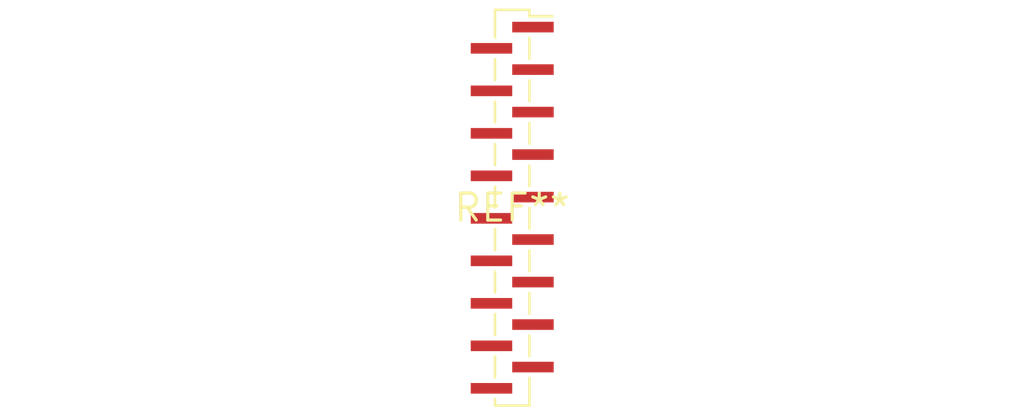
<source format=kicad_pcb>
(kicad_pcb (version 20240108) (generator pcbnew)
  (layers (0 "F.Cu" signal) (31 "B.Cu" signal) (34 "B.Paste" user) (35 "F.Paste" user) (36 "B.SilkS" user "B.Silkscreen") (37 "F.SilkS" user "F.Silkscreen") (38 "B.Mask" user) (39 "F.Mask" user) (44 "Edge.Cuts" user))
  (net 0 "")
  (footprint "PinSocket_1x18_P1.00mm_Vertical_SMD_Pin1Right" (layer "F.Cu") (at 0 0)
    (property "Reference" "REF**")
    (property "Value" "PinSocket_1x18_P1.00mm_Vertical_SMD_Pin1Right")
    (fp_line (start -0.81 -9.31) (end -0.81 -8.01) (layer "F.SilkS") (stroke (width 0.12)))
    (fp_line (start -0.81 -9.31) (end 0.81 -9.31) (layer "F.SilkS") (stroke (width 0.12)))
    (fp_line (start -0.81 -6.99) (end -0.81 -6.01) (layer "F.SilkS") (stroke (width 0.12)))
    (fp_line (start -0.81 -4.99) (end -0.81 -4.01) (layer "F.SilkS") (stroke (width 0.12)))
    (fp_line (start -0.81 -2.99) (end -0.81 -2.01) (layer "F.SilkS") (stroke (width 0.12)))
    (fp_line (start -0.81 -0.99) (end -0.81 -0.01) (layer "F.SilkS") (stroke (width 0.12)))
    (fp_line (start -0.81 1.01) (end -0.81 1.99) (layer "F.SilkS") (stroke (width 0.12)))
    (fp_line (start -0.81 3.01) (end -0.81 3.99) (layer "F.SilkS") (stroke (width 0.12)))
    (fp_line (start -0.81 5.01) (end -0.81 5.99) (layer "F.SilkS") (stroke (width 0.12)))
    (fp_line (start -0.81 7.01) (end -0.81 7.99) (layer "F.SilkS") (stroke (width 0.12)))
    (fp_line (start -0.81 9.01) (end -0.81 9.31) (layer "F.SilkS") (stroke (width 0.12)))
    (fp_line (start -0.81 9.31) (end 0.81 9.31) (layer "F.SilkS") (stroke (width 0.12)))
    (fp_line (start 0.81 -9.31) (end 0.81 -9.01) (layer "F.SilkS") (stroke (width 0.12)))
    (fp_line (start 0.81 -9.01) (end 1.89 -9.01) (layer "F.SilkS") (stroke (width 0.12)))
    (fp_line (start 0.81 -7.99) (end 0.81 -7.01) (layer "F.SilkS") (stroke (width 0.12)))
    (fp_line (start 0.81 -5.99) (end 0.81 -5.01) (layer "F.SilkS") (stroke (width 0.12)))
    (fp_line (start 0.81 -3.99) (end 0.81 -3.01) (layer "F.SilkS") (stroke (width 0.12)))
    (fp_line (start 0.81 -1.99) (end 0.81 -1.01) (layer "F.SilkS") (stroke (width 0.12)))
    (fp_line (start 0.81 0.01) (end 0.81 0.99) (layer "F.SilkS") (stroke (width 0.12)))
    (fp_line (start 0.81 2.01) (end 0.81 2.99) (layer "F.SilkS") (stroke (width 0.12)))
    (fp_line (start 0.81 4.01) (end 0.81 4.99) (layer "F.SilkS") (stroke (width 0.12)))
    (fp_line (start 0.81 6.01) (end 0.81 6.99) (layer "F.SilkS") (stroke (width 0.12)))
    (fp_line (start 0.81 8.01) (end 0.81 9.31) (layer "F.SilkS") (stroke (width 0.12)))
    (pad "1" smd rect (at 0.975 -8.5) (size 1.95 0.5) (layers "F.Cu" "F.Paste" "F.Mask"))
    (pad "2" smd rect (at -0.975 -7.5) (size 1.95 0.5) (layers "F.Cu" "F.Paste" "F.Mask"))
    (pad "3" smd rect (at 0.975 -6.5) (size 1.95 0.5) (layers "F.Cu" "F.Paste" "F.Mask"))
    (pad "4" smd rect (at -0.975 -5.5) (size 1.95 0.5) (layers "F.Cu" "F.Paste" "F.Mask"))
    (pad "5" smd rect (at 0.975 -4.5) (size 1.95 0.5) (layers "F.Cu" "F.Paste" "F.Mask"))
    (pad "6" smd rect (at -0.975 -3.5) (size 1.95 0.5) (layers "F.Cu" "F.Paste" "F.Mask"))
    (pad "7" smd rect (at 0.975 -2.5) (size 1.95 0.5) (layers "F.Cu" "F.Paste" "F.Mask"))
    (pad "8" smd rect (at -0.975 -1.5) (size 1.95 0.5) (layers "F.Cu" "F.Paste" "F.Mask"))
    (pad "9" smd rect (at 0.975 -0.5) (size 1.95 0.5) (layers "F.Cu" "F.Paste" "F.Mask"))
    (pad "10" smd rect (at -0.975 0.5) (size 1.95 0.5) (layers "F.Cu" "F.Paste" "F.Mask"))
    (pad "11" smd rect (at 0.975 1.5) (size 1.95 0.5) (layers "F.Cu" "F.Paste" "F.Mask"))
    (pad "12" smd rect (at -0.975 2.5) (size 1.95 0.5) (layers "F.Cu" "F.Paste" "F.Mask"))
    (pad "13" smd rect (at 0.975 3.5) (size 1.95 0.5) (layers "F.Cu" "F.Paste" "F.Mask"))
    (pad "14" smd rect (at -0.975 4.5) (size 1.95 0.5) (layers "F.Cu" "F.Paste" "F.Mask"))
    (pad "15" smd rect (at 0.975 5.5) (size 1.95 0.5) (layers "F.Cu" "F.Paste" "F.Mask"))
    (pad "16" smd rect (at -0.975 6.5) (size 1.95 0.5) (layers "F.Cu" "F.Paste" "F.Mask"))
    (pad "17" smd rect (at 0.975 7.5) (size 1.95 0.5) (layers "F.Cu" "F.Paste" "F.Mask"))
    (pad "18" smd rect (at -0.975 8.5) (size 1.95 0.5) (layers "F.Cu" "F.Paste" "F.Mask"))
  )
)
</source>
